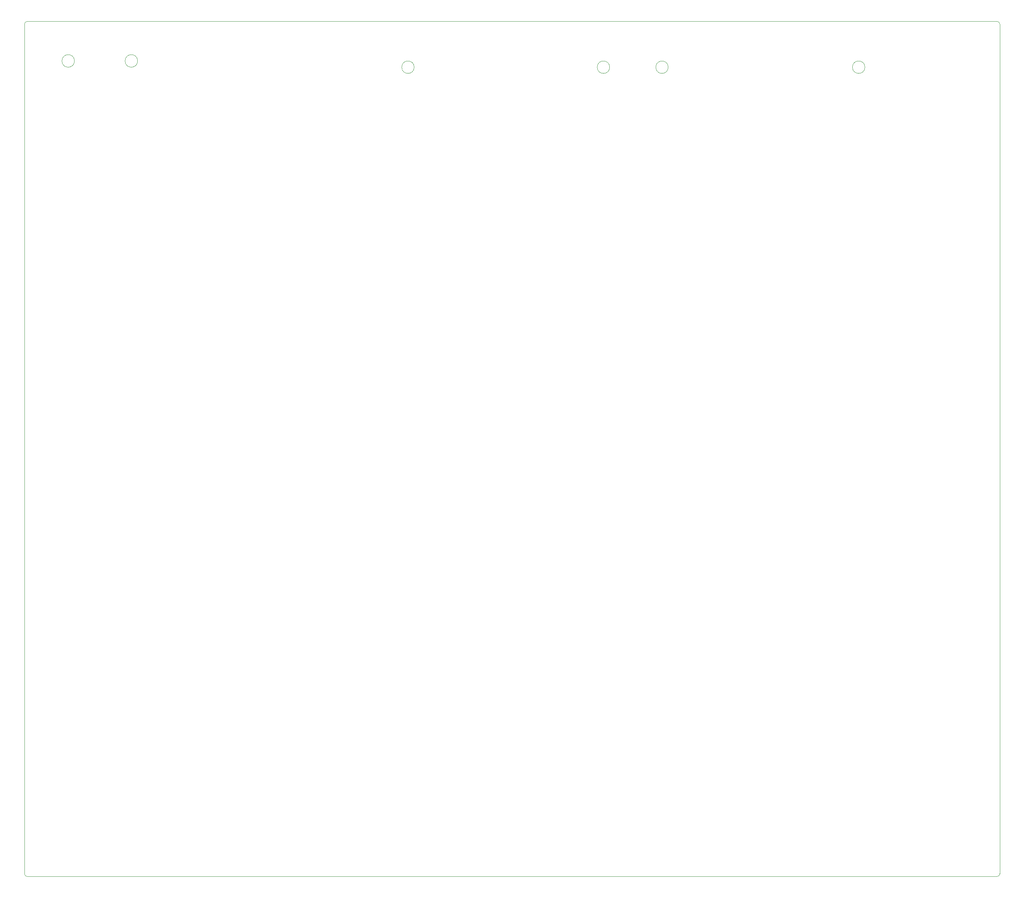
<source format=gbr>
%TF.GenerationSoftware,KiCad,Pcbnew,8.0.1*%
%TF.CreationDate,2024-03-23T23:48:47+00:00*%
%TF.ProjectId,TIM-011B,54494d2d-3031-4314-922e-6b696361645f,rev?*%
%TF.SameCoordinates,Original*%
%TF.FileFunction,Profile,NP*%
%FSLAX46Y46*%
G04 Gerber Fmt 4.6, Leading zero omitted, Abs format (unit mm)*
G04 Created by KiCad (PCBNEW 8.0.1) date 2024-03-23 23:48:47*
%MOMM*%
%LPD*%
G01*
G04 APERTURE LIST*
%TA.AperFunction,Profile*%
%ADD10C,0.050000*%
%TD*%
G04 APERTURE END LIST*
D10*
X324420000Y-33890000D02*
X324420000Y-236830000D01*
X91629999Y-33889999D02*
G75*
G02*
X92269999Y-33249999I640001J-1D01*
G01*
X323780000Y-237470000D02*
X92272548Y-237467452D01*
X92269999Y-33249999D02*
X323780000Y-33250000D01*
X324420000Y-236830000D02*
G75*
G02*
X323780000Y-237470000I-640000J0D01*
G01*
X323780000Y-33250000D02*
G75*
G02*
X324420000Y-33890000I0J-640000D01*
G01*
X231310000Y-44190000D02*
G75*
G02*
X228340152Y-44190000I-1484924J0D01*
G01*
X228340152Y-44190000D02*
G75*
G02*
X231310000Y-44190000I1484924J0D01*
G01*
X292240000Y-44190000D02*
G75*
G02*
X289270152Y-44190000I-1484924J0D01*
G01*
X289270152Y-44190000D02*
G75*
G02*
X292240000Y-44190000I1484924J0D01*
G01*
X245290000Y-44190000D02*
G75*
G02*
X242320152Y-44190000I-1484924J0D01*
G01*
X242320152Y-44190000D02*
G75*
G02*
X245290000Y-44190000I1484924J0D01*
G01*
X92272548Y-237467452D02*
G75*
G02*
X91632548Y-236827452I-48J639952D01*
G01*
X91632548Y-236827452D02*
X91629999Y-33889999D01*
X184650000Y-44190000D02*
G75*
G02*
X181680152Y-44190000I-1484924J0D01*
G01*
X181680152Y-44190000D02*
G75*
G02*
X184650000Y-44190000I1484924J0D01*
G01*
%TO.C,T1*%
X103565000Y-42690000D02*
G75*
G02*
X100565000Y-42690000I-1500000J0D01*
G01*
X100565000Y-42690000D02*
G75*
G02*
X103565000Y-42690000I1500000J0D01*
G01*
X118635000Y-42690000D02*
G75*
G02*
X115635000Y-42690000I-1500000J0D01*
G01*
X115635000Y-42690000D02*
G75*
G02*
X118635000Y-42690000I1500000J0D01*
G01*
%TD*%
M02*

</source>
